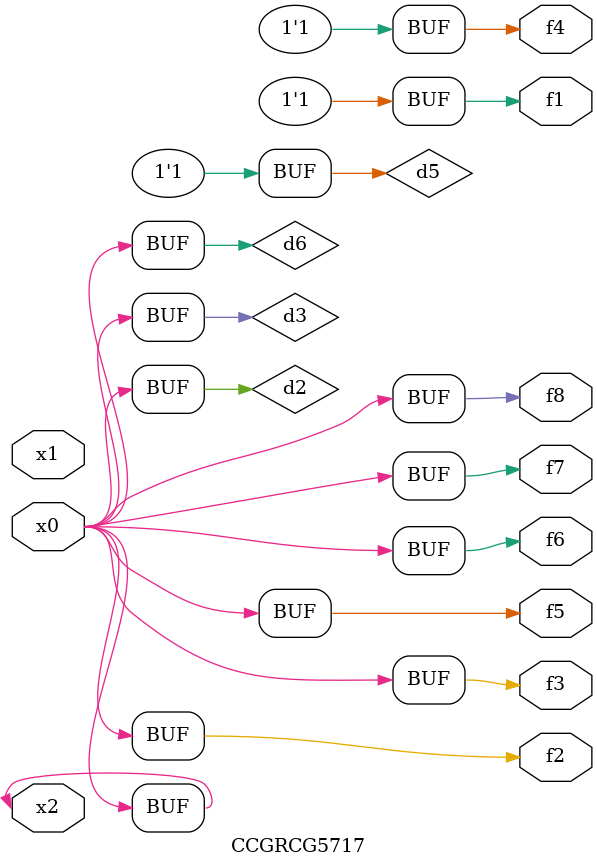
<source format=v>
module CCGRCG5717(
	input x0, x1, x2,
	output f1, f2, f3, f4, f5, f6, f7, f8
);

	wire d1, d2, d3, d4, d5, d6;

	xnor (d1, x2);
	buf (d2, x0, x2);
	and (d3, x0);
	xnor (d4, x1, x2);
	nand (d5, d1, d3);
	buf (d6, d2, d3);
	assign f1 = d5;
	assign f2 = d6;
	assign f3 = d6;
	assign f4 = d5;
	assign f5 = d6;
	assign f6 = d6;
	assign f7 = d6;
	assign f8 = d6;
endmodule

</source>
